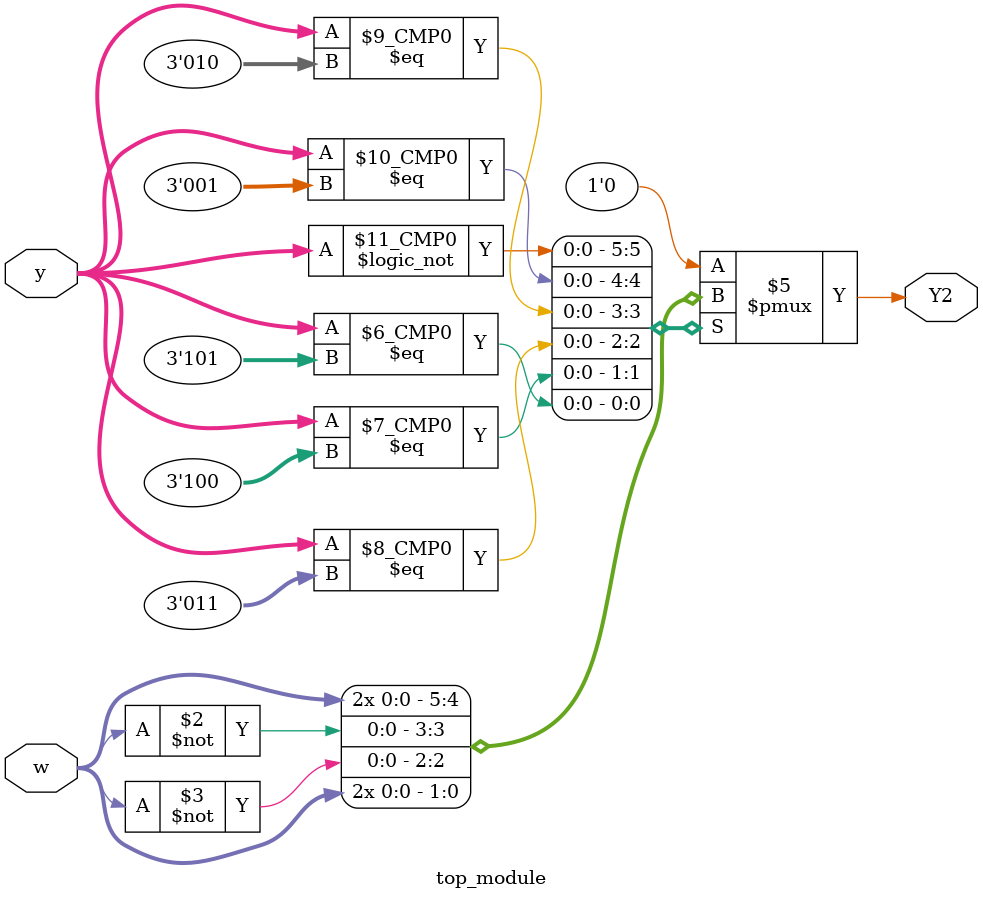
<source format=sv>
module top_module(
	input [3:1] y,
	input w,
	output reg Y2);

	always @(*) begin
		case(y)
			3'b000: Y2 = w;
			3'b001: Y2 = w;
			3'b010: Y2 = ~w;
			3'b011: Y2 = ~w;
			3'b100: Y2 = w;
			3'b101: Y2 = w;
			default: Y2 = 0;
		endcase
	end

endmodule

</source>
